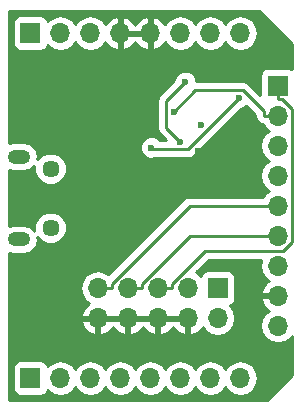
<source format=gbl>
G04 #@! TF.FileFunction,Copper,L2,Bot,Signal*
%FSLAX46Y46*%
G04 Gerber Fmt 4.6, Leading zero omitted, Abs format (unit mm)*
G04 Created by KiCad (PCBNEW 4.0.7-e2-6376~58~ubuntu17.04.1) date Mon Oct  2 11:39:13 2017*
%MOMM*%
%LPD*%
G01*
G04 APERTURE LIST*
%ADD10C,0.100000*%
%ADD11C,1.450000*%
%ADD12O,1.900000X1.200000*%
%ADD13R,1.700000X1.700000*%
%ADD14O,1.700000X1.700000*%
%ADD15C,0.600000*%
%ADD16C,0.250000*%
%ADD17C,0.254000*%
G04 APERTURE END LIST*
D10*
D11*
X150940000Y-107990000D03*
X150940000Y-112990000D03*
D12*
X148240000Y-106990000D03*
X148240000Y-113990000D03*
D13*
X149225000Y-96520000D03*
D14*
X151765000Y-96520000D03*
X154305000Y-96520000D03*
X156845000Y-96520000D03*
X159385000Y-96520000D03*
X161925000Y-96520000D03*
X164465000Y-96520000D03*
X167005000Y-96520000D03*
D13*
X149225000Y-125730000D03*
D14*
X151765000Y-125730000D03*
X154305000Y-125730000D03*
X156845000Y-125730000D03*
X159385000Y-125730000D03*
X161925000Y-125730000D03*
X164465000Y-125730000D03*
X167005000Y-125730000D03*
D13*
X165100000Y-118110000D03*
D14*
X165100000Y-120650000D03*
X162560000Y-118110000D03*
X162560000Y-120650000D03*
X160020000Y-118110000D03*
X160020000Y-120650000D03*
X157480000Y-118110000D03*
X157480000Y-120650000D03*
X154940000Y-118110000D03*
X154940000Y-120650000D03*
D13*
X170180000Y-100965000D03*
D14*
X170180000Y-103505000D03*
X170180000Y-106045000D03*
X170180000Y-108585000D03*
X170180000Y-111125000D03*
X170180000Y-113665000D03*
X170180000Y-116205000D03*
X170180000Y-118745000D03*
X170180000Y-121285000D03*
D15*
X166912100Y-101998200D03*
X159472500Y-106208200D03*
X163672700Y-104327000D03*
X164465000Y-106045000D03*
X165017400Y-109397300D03*
X163390600Y-106519100D03*
X152152100Y-111782400D03*
X164965800Y-100083900D03*
X161911100Y-105729800D03*
X162347800Y-100631500D03*
X161401000Y-103162000D03*
D16*
X162555200Y-106355100D02*
X166912100Y-101998200D01*
X159619400Y-106355100D02*
X162555200Y-106355100D01*
X159472500Y-106208200D02*
X159619400Y-106355100D01*
X163390600Y-106519100D02*
X163669100Y-106519100D01*
X164465000Y-108844900D02*
X165017400Y-109397300D01*
X164465000Y-107315000D02*
X164465000Y-108844900D01*
X163669100Y-106519100D02*
X164465000Y-107315000D01*
X160745000Y-104563700D02*
X161911100Y-105729800D01*
X160745000Y-102234300D02*
X160745000Y-104563700D01*
X162347800Y-100631500D02*
X160745000Y-102234300D01*
X161195300Y-117742700D02*
X161195300Y-118110000D01*
X164003000Y-114935000D02*
X161195300Y-117742700D01*
X170632500Y-114935000D02*
X164003000Y-114935000D01*
X171371000Y-114196500D02*
X170632500Y-114935000D01*
X171371000Y-102964000D02*
X171371000Y-114196500D01*
X170547300Y-102140300D02*
X171371000Y-102964000D01*
X170180000Y-102140300D02*
X170547300Y-102140300D01*
X170180000Y-100965000D02*
X170180000Y-102140300D01*
X160020000Y-118110000D02*
X161195300Y-118110000D01*
X158655300Y-117742700D02*
X158655300Y-118110000D01*
X162733000Y-113665000D02*
X158655300Y-117742700D01*
X170180000Y-113665000D02*
X162733000Y-113665000D01*
X157480000Y-118110000D02*
X158655300Y-118110000D01*
X156115300Y-117742700D02*
X156115300Y-118110000D01*
X162733000Y-111125000D02*
X156115300Y-117742700D01*
X170180000Y-111125000D02*
X162733000Y-111125000D01*
X154940000Y-118110000D02*
X156115300Y-118110000D01*
X163212800Y-101350200D02*
X161401000Y-103162000D01*
X167217200Y-101350200D02*
X163212800Y-101350200D01*
X169004700Y-103137700D02*
X167217200Y-101350200D01*
X169004700Y-103505000D02*
X169004700Y-103137700D01*
X170180000Y-103505000D02*
X169004700Y-103505000D01*
D17*
G36*
X171375000Y-97449092D02*
X171375000Y-99582188D01*
X171281890Y-99518569D01*
X171030000Y-99467560D01*
X169330000Y-99467560D01*
X169094683Y-99511838D01*
X168878559Y-99650910D01*
X168733569Y-99863110D01*
X168682560Y-100115000D01*
X168682560Y-101740758D01*
X167754601Y-100812799D01*
X167508039Y-100648052D01*
X167217200Y-100590200D01*
X163282837Y-100590200D01*
X163282962Y-100446333D01*
X163140917Y-100102557D01*
X162878127Y-99839308D01*
X162534599Y-99696662D01*
X162162633Y-99696338D01*
X161818857Y-99838383D01*
X161555608Y-100101173D01*
X161412962Y-100444701D01*
X161412921Y-100491576D01*
X160207599Y-101696899D01*
X160042852Y-101943461D01*
X159985000Y-102234300D01*
X159985000Y-104563700D01*
X160042852Y-104854539D01*
X160207599Y-105101101D01*
X160701598Y-105595100D01*
X160181607Y-105595100D01*
X160002827Y-105416008D01*
X159659299Y-105273362D01*
X159287333Y-105273038D01*
X158943557Y-105415083D01*
X158680308Y-105677873D01*
X158537662Y-106021401D01*
X158537338Y-106393367D01*
X158679383Y-106737143D01*
X158942173Y-107000392D01*
X159285701Y-107143038D01*
X159657667Y-107143362D01*
X159726066Y-107115100D01*
X162555200Y-107115100D01*
X162846039Y-107057248D01*
X163092601Y-106892501D01*
X167051780Y-102933322D01*
X167097267Y-102933362D01*
X167441043Y-102791317D01*
X167512341Y-102720143D01*
X168244700Y-103452502D01*
X168244700Y-103505000D01*
X168302552Y-103795839D01*
X168467299Y-104042401D01*
X168713861Y-104207148D01*
X168892077Y-104242598D01*
X169100853Y-104555054D01*
X169430026Y-104775000D01*
X169100853Y-104994946D01*
X168778946Y-105476715D01*
X168665907Y-106045000D01*
X168778946Y-106613285D01*
X169100853Y-107095054D01*
X169430026Y-107315000D01*
X169100853Y-107534946D01*
X168778946Y-108016715D01*
X168665907Y-108585000D01*
X168778946Y-109153285D01*
X169100853Y-109635054D01*
X169430026Y-109855000D01*
X169100853Y-110074946D01*
X168907046Y-110365000D01*
X162733000Y-110365000D01*
X162442161Y-110422852D01*
X162195599Y-110587599D01*
X155847558Y-116935640D01*
X155508285Y-116708946D01*
X154940000Y-116595907D01*
X154371715Y-116708946D01*
X153889946Y-117030853D01*
X153568039Y-117512622D01*
X153455000Y-118080907D01*
X153455000Y-118139093D01*
X153568039Y-118707378D01*
X153889946Y-119189147D01*
X154173101Y-119378345D01*
X154173076Y-119378355D01*
X153744817Y-119768642D01*
X153498514Y-120293108D01*
X153619181Y-120523000D01*
X154813000Y-120523000D01*
X154813000Y-120503000D01*
X155067000Y-120503000D01*
X155067000Y-120523000D01*
X157353000Y-120523000D01*
X157353000Y-120503000D01*
X157607000Y-120503000D01*
X157607000Y-120523000D01*
X159893000Y-120523000D01*
X159893000Y-120503000D01*
X160147000Y-120503000D01*
X160147000Y-120523000D01*
X162433000Y-120523000D01*
X162433000Y-120503000D01*
X162687000Y-120503000D01*
X162687000Y-120523000D01*
X162707000Y-120523000D01*
X162707000Y-120777000D01*
X162687000Y-120777000D01*
X162687000Y-121970155D01*
X162916890Y-122091476D01*
X163326924Y-121921645D01*
X163755183Y-121531358D01*
X163822298Y-121388447D01*
X164049946Y-121729147D01*
X164531715Y-122051054D01*
X165100000Y-122164093D01*
X165668285Y-122051054D01*
X166150054Y-121729147D01*
X166471961Y-121247378D01*
X166585000Y-120679093D01*
X166585000Y-120620907D01*
X166471961Y-120052622D01*
X166150054Y-119570853D01*
X166148821Y-119570029D01*
X166185317Y-119563162D01*
X166401441Y-119424090D01*
X166546431Y-119211890D01*
X166597440Y-118960000D01*
X166597440Y-117260000D01*
X166553162Y-117024683D01*
X166414090Y-116808559D01*
X166201890Y-116663569D01*
X165950000Y-116612560D01*
X164250000Y-116612560D01*
X164014683Y-116656838D01*
X163798559Y-116795910D01*
X163653569Y-117008110D01*
X163639914Y-117075541D01*
X163610054Y-117030853D01*
X163233532Y-116779270D01*
X164317802Y-115695000D01*
X168767352Y-115695000D01*
X168665907Y-116205000D01*
X168778946Y-116773285D01*
X169100853Y-117255054D01*
X169441553Y-117482702D01*
X169298642Y-117549817D01*
X168908355Y-117978076D01*
X168738524Y-118388110D01*
X168859845Y-118618000D01*
X170053000Y-118618000D01*
X170053000Y-118598000D01*
X170307000Y-118598000D01*
X170307000Y-118618000D01*
X170327000Y-118618000D01*
X170327000Y-118872000D01*
X170307000Y-118872000D01*
X170307000Y-118892000D01*
X170053000Y-118892000D01*
X170053000Y-118872000D01*
X168859845Y-118872000D01*
X168738524Y-119101890D01*
X168908355Y-119511924D01*
X169298642Y-119940183D01*
X169441553Y-120007298D01*
X169100853Y-120234946D01*
X168778946Y-120716715D01*
X168665907Y-121285000D01*
X168778946Y-121853285D01*
X169100853Y-122335054D01*
X169582622Y-122656961D01*
X170150907Y-122770000D01*
X170209093Y-122770000D01*
X170777378Y-122656961D01*
X171259147Y-122335054D01*
X171375000Y-122161667D01*
X171375000Y-125435909D01*
X169250908Y-127560000D01*
X147395000Y-127560000D01*
X147395000Y-124880000D01*
X147727560Y-124880000D01*
X147727560Y-126580000D01*
X147771838Y-126815317D01*
X147910910Y-127031441D01*
X148123110Y-127176431D01*
X148375000Y-127227440D01*
X150075000Y-127227440D01*
X150310317Y-127183162D01*
X150526441Y-127044090D01*
X150671431Y-126831890D01*
X150685086Y-126764459D01*
X150714946Y-126809147D01*
X151196715Y-127131054D01*
X151765000Y-127244093D01*
X152333285Y-127131054D01*
X152815054Y-126809147D01*
X153035000Y-126479974D01*
X153254946Y-126809147D01*
X153736715Y-127131054D01*
X154305000Y-127244093D01*
X154873285Y-127131054D01*
X155355054Y-126809147D01*
X155575000Y-126479974D01*
X155794946Y-126809147D01*
X156276715Y-127131054D01*
X156845000Y-127244093D01*
X157413285Y-127131054D01*
X157895054Y-126809147D01*
X158115000Y-126479974D01*
X158334946Y-126809147D01*
X158816715Y-127131054D01*
X159385000Y-127244093D01*
X159953285Y-127131054D01*
X160435054Y-126809147D01*
X160655000Y-126479974D01*
X160874946Y-126809147D01*
X161356715Y-127131054D01*
X161925000Y-127244093D01*
X162493285Y-127131054D01*
X162975054Y-126809147D01*
X163195000Y-126479974D01*
X163414946Y-126809147D01*
X163896715Y-127131054D01*
X164465000Y-127244093D01*
X165033285Y-127131054D01*
X165515054Y-126809147D01*
X165735000Y-126479974D01*
X165954946Y-126809147D01*
X166436715Y-127131054D01*
X167005000Y-127244093D01*
X167573285Y-127131054D01*
X168055054Y-126809147D01*
X168376961Y-126327378D01*
X168490000Y-125759093D01*
X168490000Y-125700907D01*
X168376961Y-125132622D01*
X168055054Y-124650853D01*
X167573285Y-124328946D01*
X167005000Y-124215907D01*
X166436715Y-124328946D01*
X165954946Y-124650853D01*
X165735000Y-124980026D01*
X165515054Y-124650853D01*
X165033285Y-124328946D01*
X164465000Y-124215907D01*
X163896715Y-124328946D01*
X163414946Y-124650853D01*
X163195000Y-124980026D01*
X162975054Y-124650853D01*
X162493285Y-124328946D01*
X161925000Y-124215907D01*
X161356715Y-124328946D01*
X160874946Y-124650853D01*
X160655000Y-124980026D01*
X160435054Y-124650853D01*
X159953285Y-124328946D01*
X159385000Y-124215907D01*
X158816715Y-124328946D01*
X158334946Y-124650853D01*
X158115000Y-124980026D01*
X157895054Y-124650853D01*
X157413285Y-124328946D01*
X156845000Y-124215907D01*
X156276715Y-124328946D01*
X155794946Y-124650853D01*
X155575000Y-124980026D01*
X155355054Y-124650853D01*
X154873285Y-124328946D01*
X154305000Y-124215907D01*
X153736715Y-124328946D01*
X153254946Y-124650853D01*
X153035000Y-124980026D01*
X152815054Y-124650853D01*
X152333285Y-124328946D01*
X151765000Y-124215907D01*
X151196715Y-124328946D01*
X150714946Y-124650853D01*
X150687150Y-124692452D01*
X150678162Y-124644683D01*
X150539090Y-124428559D01*
X150326890Y-124283569D01*
X150075000Y-124232560D01*
X148375000Y-124232560D01*
X148139683Y-124276838D01*
X147923559Y-124415910D01*
X147778569Y-124628110D01*
X147727560Y-124880000D01*
X147395000Y-124880000D01*
X147395000Y-121006892D01*
X153498514Y-121006892D01*
X153744817Y-121531358D01*
X154173076Y-121921645D01*
X154583110Y-122091476D01*
X154813000Y-121970155D01*
X154813000Y-120777000D01*
X155067000Y-120777000D01*
X155067000Y-121970155D01*
X155296890Y-122091476D01*
X155706924Y-121921645D01*
X156135183Y-121531358D01*
X156210000Y-121372046D01*
X156284817Y-121531358D01*
X156713076Y-121921645D01*
X157123110Y-122091476D01*
X157353000Y-121970155D01*
X157353000Y-120777000D01*
X157607000Y-120777000D01*
X157607000Y-121970155D01*
X157836890Y-122091476D01*
X158246924Y-121921645D01*
X158675183Y-121531358D01*
X158750000Y-121372046D01*
X158824817Y-121531358D01*
X159253076Y-121921645D01*
X159663110Y-122091476D01*
X159893000Y-121970155D01*
X159893000Y-120777000D01*
X160147000Y-120777000D01*
X160147000Y-121970155D01*
X160376890Y-122091476D01*
X160786924Y-121921645D01*
X161215183Y-121531358D01*
X161290000Y-121372046D01*
X161364817Y-121531358D01*
X161793076Y-121921645D01*
X162203110Y-122091476D01*
X162433000Y-121970155D01*
X162433000Y-120777000D01*
X160147000Y-120777000D01*
X159893000Y-120777000D01*
X157607000Y-120777000D01*
X157353000Y-120777000D01*
X155067000Y-120777000D01*
X154813000Y-120777000D01*
X153619181Y-120777000D01*
X153498514Y-121006892D01*
X147395000Y-121006892D01*
X147395000Y-115132715D01*
X147858948Y-115225000D01*
X148621052Y-115225000D01*
X149093666Y-115130991D01*
X149494329Y-114863277D01*
X149762043Y-114462614D01*
X149856052Y-113990000D01*
X149816100Y-113789148D01*
X150168616Y-114142280D01*
X150668292Y-114349763D01*
X151209334Y-114350236D01*
X151709372Y-114143624D01*
X152092280Y-113761384D01*
X152299763Y-113261708D01*
X152300236Y-112720666D01*
X152093624Y-112220628D01*
X151711384Y-111837720D01*
X151211708Y-111630237D01*
X150670666Y-111629764D01*
X150170628Y-111836376D01*
X149787720Y-112218616D01*
X149580237Y-112718292D01*
X149579777Y-113244605D01*
X149494329Y-113116723D01*
X149093666Y-112849009D01*
X148621052Y-112755000D01*
X147858948Y-112755000D01*
X147395000Y-112847285D01*
X147395000Y-108132715D01*
X147858948Y-108225000D01*
X148621052Y-108225000D01*
X149093666Y-108130991D01*
X149494329Y-107863277D01*
X149580223Y-107734728D01*
X149579764Y-108259334D01*
X149786376Y-108759372D01*
X150168616Y-109142280D01*
X150668292Y-109349763D01*
X151209334Y-109350236D01*
X151709372Y-109143624D01*
X152092280Y-108761384D01*
X152299763Y-108261708D01*
X152300236Y-107720666D01*
X152093624Y-107220628D01*
X151711384Y-106837720D01*
X151211708Y-106630237D01*
X150670666Y-106629764D01*
X150170628Y-106836376D01*
X149816241Y-107190145D01*
X149856052Y-106990000D01*
X149762043Y-106517386D01*
X149494329Y-106116723D01*
X149093666Y-105849009D01*
X148621052Y-105755000D01*
X147858948Y-105755000D01*
X147395000Y-105847285D01*
X147395000Y-95670000D01*
X147727560Y-95670000D01*
X147727560Y-97370000D01*
X147771838Y-97605317D01*
X147910910Y-97821441D01*
X148123110Y-97966431D01*
X148375000Y-98017440D01*
X150075000Y-98017440D01*
X150310317Y-97973162D01*
X150526441Y-97834090D01*
X150671431Y-97621890D01*
X150685086Y-97554459D01*
X150714946Y-97599147D01*
X151196715Y-97921054D01*
X151765000Y-98034093D01*
X152333285Y-97921054D01*
X152815054Y-97599147D01*
X153035000Y-97269974D01*
X153254946Y-97599147D01*
X153736715Y-97921054D01*
X154305000Y-98034093D01*
X154873285Y-97921054D01*
X155355054Y-97599147D01*
X155582702Y-97258447D01*
X155649817Y-97401358D01*
X156078076Y-97791645D01*
X156488110Y-97961476D01*
X156718000Y-97840155D01*
X156718000Y-96647000D01*
X156972000Y-96647000D01*
X156972000Y-97840155D01*
X157201890Y-97961476D01*
X157611924Y-97791645D01*
X158040183Y-97401358D01*
X158115000Y-97242046D01*
X158189817Y-97401358D01*
X158618076Y-97791645D01*
X159028110Y-97961476D01*
X159258000Y-97840155D01*
X159258000Y-96647000D01*
X156972000Y-96647000D01*
X156718000Y-96647000D01*
X156698000Y-96647000D01*
X156698000Y-96393000D01*
X156718000Y-96393000D01*
X156718000Y-95199845D01*
X156972000Y-95199845D01*
X156972000Y-96393000D01*
X159258000Y-96393000D01*
X159258000Y-95199845D01*
X159512000Y-95199845D01*
X159512000Y-96393000D01*
X159532000Y-96393000D01*
X159532000Y-96647000D01*
X159512000Y-96647000D01*
X159512000Y-97840155D01*
X159741890Y-97961476D01*
X160151924Y-97791645D01*
X160580183Y-97401358D01*
X160647298Y-97258447D01*
X160874946Y-97599147D01*
X161356715Y-97921054D01*
X161925000Y-98034093D01*
X162493285Y-97921054D01*
X162975054Y-97599147D01*
X163195000Y-97269974D01*
X163414946Y-97599147D01*
X163896715Y-97921054D01*
X164465000Y-98034093D01*
X165033285Y-97921054D01*
X165515054Y-97599147D01*
X165735000Y-97269974D01*
X165954946Y-97599147D01*
X166436715Y-97921054D01*
X167005000Y-98034093D01*
X167573285Y-97921054D01*
X168055054Y-97599147D01*
X168376961Y-97117378D01*
X168490000Y-96549093D01*
X168490000Y-96490907D01*
X168376961Y-95922622D01*
X168055054Y-95440853D01*
X167573285Y-95118946D01*
X167005000Y-95005907D01*
X166436715Y-95118946D01*
X165954946Y-95440853D01*
X165735000Y-95770026D01*
X165515054Y-95440853D01*
X165033285Y-95118946D01*
X164465000Y-95005907D01*
X163896715Y-95118946D01*
X163414946Y-95440853D01*
X163195000Y-95770026D01*
X162975054Y-95440853D01*
X162493285Y-95118946D01*
X161925000Y-95005907D01*
X161356715Y-95118946D01*
X160874946Y-95440853D01*
X160647298Y-95781553D01*
X160580183Y-95638642D01*
X160151924Y-95248355D01*
X159741890Y-95078524D01*
X159512000Y-95199845D01*
X159258000Y-95199845D01*
X159028110Y-95078524D01*
X158618076Y-95248355D01*
X158189817Y-95638642D01*
X158115000Y-95797954D01*
X158040183Y-95638642D01*
X157611924Y-95248355D01*
X157201890Y-95078524D01*
X156972000Y-95199845D01*
X156718000Y-95199845D01*
X156488110Y-95078524D01*
X156078076Y-95248355D01*
X155649817Y-95638642D01*
X155582702Y-95781553D01*
X155355054Y-95440853D01*
X154873285Y-95118946D01*
X154305000Y-95005907D01*
X153736715Y-95118946D01*
X153254946Y-95440853D01*
X153035000Y-95770026D01*
X152815054Y-95440853D01*
X152333285Y-95118946D01*
X151765000Y-95005907D01*
X151196715Y-95118946D01*
X150714946Y-95440853D01*
X150687150Y-95482452D01*
X150678162Y-95434683D01*
X150539090Y-95218559D01*
X150326890Y-95073569D01*
X150075000Y-95022560D01*
X148375000Y-95022560D01*
X148139683Y-95066838D01*
X147923559Y-95205910D01*
X147778569Y-95418110D01*
X147727560Y-95670000D01*
X147395000Y-95670000D01*
X147395000Y-94690000D01*
X168615908Y-94690000D01*
X171375000Y-97449092D01*
X171375000Y-97449092D01*
G37*
X171375000Y-97449092D02*
X171375000Y-99582188D01*
X171281890Y-99518569D01*
X171030000Y-99467560D01*
X169330000Y-99467560D01*
X169094683Y-99511838D01*
X168878559Y-99650910D01*
X168733569Y-99863110D01*
X168682560Y-100115000D01*
X168682560Y-101740758D01*
X167754601Y-100812799D01*
X167508039Y-100648052D01*
X167217200Y-100590200D01*
X163282837Y-100590200D01*
X163282962Y-100446333D01*
X163140917Y-100102557D01*
X162878127Y-99839308D01*
X162534599Y-99696662D01*
X162162633Y-99696338D01*
X161818857Y-99838383D01*
X161555608Y-100101173D01*
X161412962Y-100444701D01*
X161412921Y-100491576D01*
X160207599Y-101696899D01*
X160042852Y-101943461D01*
X159985000Y-102234300D01*
X159985000Y-104563700D01*
X160042852Y-104854539D01*
X160207599Y-105101101D01*
X160701598Y-105595100D01*
X160181607Y-105595100D01*
X160002827Y-105416008D01*
X159659299Y-105273362D01*
X159287333Y-105273038D01*
X158943557Y-105415083D01*
X158680308Y-105677873D01*
X158537662Y-106021401D01*
X158537338Y-106393367D01*
X158679383Y-106737143D01*
X158942173Y-107000392D01*
X159285701Y-107143038D01*
X159657667Y-107143362D01*
X159726066Y-107115100D01*
X162555200Y-107115100D01*
X162846039Y-107057248D01*
X163092601Y-106892501D01*
X167051780Y-102933322D01*
X167097267Y-102933362D01*
X167441043Y-102791317D01*
X167512341Y-102720143D01*
X168244700Y-103452502D01*
X168244700Y-103505000D01*
X168302552Y-103795839D01*
X168467299Y-104042401D01*
X168713861Y-104207148D01*
X168892077Y-104242598D01*
X169100853Y-104555054D01*
X169430026Y-104775000D01*
X169100853Y-104994946D01*
X168778946Y-105476715D01*
X168665907Y-106045000D01*
X168778946Y-106613285D01*
X169100853Y-107095054D01*
X169430026Y-107315000D01*
X169100853Y-107534946D01*
X168778946Y-108016715D01*
X168665907Y-108585000D01*
X168778946Y-109153285D01*
X169100853Y-109635054D01*
X169430026Y-109855000D01*
X169100853Y-110074946D01*
X168907046Y-110365000D01*
X162733000Y-110365000D01*
X162442161Y-110422852D01*
X162195599Y-110587599D01*
X155847558Y-116935640D01*
X155508285Y-116708946D01*
X154940000Y-116595907D01*
X154371715Y-116708946D01*
X153889946Y-117030853D01*
X153568039Y-117512622D01*
X153455000Y-118080907D01*
X153455000Y-118139093D01*
X153568039Y-118707378D01*
X153889946Y-119189147D01*
X154173101Y-119378345D01*
X154173076Y-119378355D01*
X153744817Y-119768642D01*
X153498514Y-120293108D01*
X153619181Y-120523000D01*
X154813000Y-120523000D01*
X154813000Y-120503000D01*
X155067000Y-120503000D01*
X155067000Y-120523000D01*
X157353000Y-120523000D01*
X157353000Y-120503000D01*
X157607000Y-120503000D01*
X157607000Y-120523000D01*
X159893000Y-120523000D01*
X159893000Y-120503000D01*
X160147000Y-120503000D01*
X160147000Y-120523000D01*
X162433000Y-120523000D01*
X162433000Y-120503000D01*
X162687000Y-120503000D01*
X162687000Y-120523000D01*
X162707000Y-120523000D01*
X162707000Y-120777000D01*
X162687000Y-120777000D01*
X162687000Y-121970155D01*
X162916890Y-122091476D01*
X163326924Y-121921645D01*
X163755183Y-121531358D01*
X163822298Y-121388447D01*
X164049946Y-121729147D01*
X164531715Y-122051054D01*
X165100000Y-122164093D01*
X165668285Y-122051054D01*
X166150054Y-121729147D01*
X166471961Y-121247378D01*
X166585000Y-120679093D01*
X166585000Y-120620907D01*
X166471961Y-120052622D01*
X166150054Y-119570853D01*
X166148821Y-119570029D01*
X166185317Y-119563162D01*
X166401441Y-119424090D01*
X166546431Y-119211890D01*
X166597440Y-118960000D01*
X166597440Y-117260000D01*
X166553162Y-117024683D01*
X166414090Y-116808559D01*
X166201890Y-116663569D01*
X165950000Y-116612560D01*
X164250000Y-116612560D01*
X164014683Y-116656838D01*
X163798559Y-116795910D01*
X163653569Y-117008110D01*
X163639914Y-117075541D01*
X163610054Y-117030853D01*
X163233532Y-116779270D01*
X164317802Y-115695000D01*
X168767352Y-115695000D01*
X168665907Y-116205000D01*
X168778946Y-116773285D01*
X169100853Y-117255054D01*
X169441553Y-117482702D01*
X169298642Y-117549817D01*
X168908355Y-117978076D01*
X168738524Y-118388110D01*
X168859845Y-118618000D01*
X170053000Y-118618000D01*
X170053000Y-118598000D01*
X170307000Y-118598000D01*
X170307000Y-118618000D01*
X170327000Y-118618000D01*
X170327000Y-118872000D01*
X170307000Y-118872000D01*
X170307000Y-118892000D01*
X170053000Y-118892000D01*
X170053000Y-118872000D01*
X168859845Y-118872000D01*
X168738524Y-119101890D01*
X168908355Y-119511924D01*
X169298642Y-119940183D01*
X169441553Y-120007298D01*
X169100853Y-120234946D01*
X168778946Y-120716715D01*
X168665907Y-121285000D01*
X168778946Y-121853285D01*
X169100853Y-122335054D01*
X169582622Y-122656961D01*
X170150907Y-122770000D01*
X170209093Y-122770000D01*
X170777378Y-122656961D01*
X171259147Y-122335054D01*
X171375000Y-122161667D01*
X171375000Y-125435909D01*
X169250908Y-127560000D01*
X147395000Y-127560000D01*
X147395000Y-124880000D01*
X147727560Y-124880000D01*
X147727560Y-126580000D01*
X147771838Y-126815317D01*
X147910910Y-127031441D01*
X148123110Y-127176431D01*
X148375000Y-127227440D01*
X150075000Y-127227440D01*
X150310317Y-127183162D01*
X150526441Y-127044090D01*
X150671431Y-126831890D01*
X150685086Y-126764459D01*
X150714946Y-126809147D01*
X151196715Y-127131054D01*
X151765000Y-127244093D01*
X152333285Y-127131054D01*
X152815054Y-126809147D01*
X153035000Y-126479974D01*
X153254946Y-126809147D01*
X153736715Y-127131054D01*
X154305000Y-127244093D01*
X154873285Y-127131054D01*
X155355054Y-126809147D01*
X155575000Y-126479974D01*
X155794946Y-126809147D01*
X156276715Y-127131054D01*
X156845000Y-127244093D01*
X157413285Y-127131054D01*
X157895054Y-126809147D01*
X158115000Y-126479974D01*
X158334946Y-126809147D01*
X158816715Y-127131054D01*
X159385000Y-127244093D01*
X159953285Y-127131054D01*
X160435054Y-126809147D01*
X160655000Y-126479974D01*
X160874946Y-126809147D01*
X161356715Y-127131054D01*
X161925000Y-127244093D01*
X162493285Y-127131054D01*
X162975054Y-126809147D01*
X163195000Y-126479974D01*
X163414946Y-126809147D01*
X163896715Y-127131054D01*
X164465000Y-127244093D01*
X165033285Y-127131054D01*
X165515054Y-126809147D01*
X165735000Y-126479974D01*
X165954946Y-126809147D01*
X166436715Y-127131054D01*
X167005000Y-127244093D01*
X167573285Y-127131054D01*
X168055054Y-126809147D01*
X168376961Y-126327378D01*
X168490000Y-125759093D01*
X168490000Y-125700907D01*
X168376961Y-125132622D01*
X168055054Y-124650853D01*
X167573285Y-124328946D01*
X167005000Y-124215907D01*
X166436715Y-124328946D01*
X165954946Y-124650853D01*
X165735000Y-124980026D01*
X165515054Y-124650853D01*
X165033285Y-124328946D01*
X164465000Y-124215907D01*
X163896715Y-124328946D01*
X163414946Y-124650853D01*
X163195000Y-124980026D01*
X162975054Y-124650853D01*
X162493285Y-124328946D01*
X161925000Y-124215907D01*
X161356715Y-124328946D01*
X160874946Y-124650853D01*
X160655000Y-124980026D01*
X160435054Y-124650853D01*
X159953285Y-124328946D01*
X159385000Y-124215907D01*
X158816715Y-124328946D01*
X158334946Y-124650853D01*
X158115000Y-124980026D01*
X157895054Y-124650853D01*
X157413285Y-124328946D01*
X156845000Y-124215907D01*
X156276715Y-124328946D01*
X155794946Y-124650853D01*
X155575000Y-124980026D01*
X155355054Y-124650853D01*
X154873285Y-124328946D01*
X154305000Y-124215907D01*
X153736715Y-124328946D01*
X153254946Y-124650853D01*
X153035000Y-124980026D01*
X152815054Y-124650853D01*
X152333285Y-124328946D01*
X151765000Y-124215907D01*
X151196715Y-124328946D01*
X150714946Y-124650853D01*
X150687150Y-124692452D01*
X150678162Y-124644683D01*
X150539090Y-124428559D01*
X150326890Y-124283569D01*
X150075000Y-124232560D01*
X148375000Y-124232560D01*
X148139683Y-124276838D01*
X147923559Y-124415910D01*
X147778569Y-124628110D01*
X147727560Y-124880000D01*
X147395000Y-124880000D01*
X147395000Y-121006892D01*
X153498514Y-121006892D01*
X153744817Y-121531358D01*
X154173076Y-121921645D01*
X154583110Y-122091476D01*
X154813000Y-121970155D01*
X154813000Y-120777000D01*
X155067000Y-120777000D01*
X155067000Y-121970155D01*
X155296890Y-122091476D01*
X155706924Y-121921645D01*
X156135183Y-121531358D01*
X156210000Y-121372046D01*
X156284817Y-121531358D01*
X156713076Y-121921645D01*
X157123110Y-122091476D01*
X157353000Y-121970155D01*
X157353000Y-120777000D01*
X157607000Y-120777000D01*
X157607000Y-121970155D01*
X157836890Y-122091476D01*
X158246924Y-121921645D01*
X158675183Y-121531358D01*
X158750000Y-121372046D01*
X158824817Y-121531358D01*
X159253076Y-121921645D01*
X159663110Y-122091476D01*
X159893000Y-121970155D01*
X159893000Y-120777000D01*
X160147000Y-120777000D01*
X160147000Y-121970155D01*
X160376890Y-122091476D01*
X160786924Y-121921645D01*
X161215183Y-121531358D01*
X161290000Y-121372046D01*
X161364817Y-121531358D01*
X161793076Y-121921645D01*
X162203110Y-122091476D01*
X162433000Y-121970155D01*
X162433000Y-120777000D01*
X160147000Y-120777000D01*
X159893000Y-120777000D01*
X157607000Y-120777000D01*
X157353000Y-120777000D01*
X155067000Y-120777000D01*
X154813000Y-120777000D01*
X153619181Y-120777000D01*
X153498514Y-121006892D01*
X147395000Y-121006892D01*
X147395000Y-115132715D01*
X147858948Y-115225000D01*
X148621052Y-115225000D01*
X149093666Y-115130991D01*
X149494329Y-114863277D01*
X149762043Y-114462614D01*
X149856052Y-113990000D01*
X149816100Y-113789148D01*
X150168616Y-114142280D01*
X150668292Y-114349763D01*
X151209334Y-114350236D01*
X151709372Y-114143624D01*
X152092280Y-113761384D01*
X152299763Y-113261708D01*
X152300236Y-112720666D01*
X152093624Y-112220628D01*
X151711384Y-111837720D01*
X151211708Y-111630237D01*
X150670666Y-111629764D01*
X150170628Y-111836376D01*
X149787720Y-112218616D01*
X149580237Y-112718292D01*
X149579777Y-113244605D01*
X149494329Y-113116723D01*
X149093666Y-112849009D01*
X148621052Y-112755000D01*
X147858948Y-112755000D01*
X147395000Y-112847285D01*
X147395000Y-108132715D01*
X147858948Y-108225000D01*
X148621052Y-108225000D01*
X149093666Y-108130991D01*
X149494329Y-107863277D01*
X149580223Y-107734728D01*
X149579764Y-108259334D01*
X149786376Y-108759372D01*
X150168616Y-109142280D01*
X150668292Y-109349763D01*
X151209334Y-109350236D01*
X151709372Y-109143624D01*
X152092280Y-108761384D01*
X152299763Y-108261708D01*
X152300236Y-107720666D01*
X152093624Y-107220628D01*
X151711384Y-106837720D01*
X151211708Y-106630237D01*
X150670666Y-106629764D01*
X150170628Y-106836376D01*
X149816241Y-107190145D01*
X149856052Y-106990000D01*
X149762043Y-106517386D01*
X149494329Y-106116723D01*
X149093666Y-105849009D01*
X148621052Y-105755000D01*
X147858948Y-105755000D01*
X147395000Y-105847285D01*
X147395000Y-95670000D01*
X147727560Y-95670000D01*
X147727560Y-97370000D01*
X147771838Y-97605317D01*
X147910910Y-97821441D01*
X148123110Y-97966431D01*
X148375000Y-98017440D01*
X150075000Y-98017440D01*
X150310317Y-97973162D01*
X150526441Y-97834090D01*
X150671431Y-97621890D01*
X150685086Y-97554459D01*
X150714946Y-97599147D01*
X151196715Y-97921054D01*
X151765000Y-98034093D01*
X152333285Y-97921054D01*
X152815054Y-97599147D01*
X153035000Y-97269974D01*
X153254946Y-97599147D01*
X153736715Y-97921054D01*
X154305000Y-98034093D01*
X154873285Y-97921054D01*
X155355054Y-97599147D01*
X155582702Y-97258447D01*
X155649817Y-97401358D01*
X156078076Y-97791645D01*
X156488110Y-97961476D01*
X156718000Y-97840155D01*
X156718000Y-96647000D01*
X156972000Y-96647000D01*
X156972000Y-97840155D01*
X157201890Y-97961476D01*
X157611924Y-97791645D01*
X158040183Y-97401358D01*
X158115000Y-97242046D01*
X158189817Y-97401358D01*
X158618076Y-97791645D01*
X159028110Y-97961476D01*
X159258000Y-97840155D01*
X159258000Y-96647000D01*
X156972000Y-96647000D01*
X156718000Y-96647000D01*
X156698000Y-96647000D01*
X156698000Y-96393000D01*
X156718000Y-96393000D01*
X156718000Y-95199845D01*
X156972000Y-95199845D01*
X156972000Y-96393000D01*
X159258000Y-96393000D01*
X159258000Y-95199845D01*
X159512000Y-95199845D01*
X159512000Y-96393000D01*
X159532000Y-96393000D01*
X159532000Y-96647000D01*
X159512000Y-96647000D01*
X159512000Y-97840155D01*
X159741890Y-97961476D01*
X160151924Y-97791645D01*
X160580183Y-97401358D01*
X160647298Y-97258447D01*
X160874946Y-97599147D01*
X161356715Y-97921054D01*
X161925000Y-98034093D01*
X162493285Y-97921054D01*
X162975054Y-97599147D01*
X163195000Y-97269974D01*
X163414946Y-97599147D01*
X163896715Y-97921054D01*
X164465000Y-98034093D01*
X165033285Y-97921054D01*
X165515054Y-97599147D01*
X165735000Y-97269974D01*
X165954946Y-97599147D01*
X166436715Y-97921054D01*
X167005000Y-98034093D01*
X167573285Y-97921054D01*
X168055054Y-97599147D01*
X168376961Y-97117378D01*
X168490000Y-96549093D01*
X168490000Y-96490907D01*
X168376961Y-95922622D01*
X168055054Y-95440853D01*
X167573285Y-95118946D01*
X167005000Y-95005907D01*
X166436715Y-95118946D01*
X165954946Y-95440853D01*
X165735000Y-95770026D01*
X165515054Y-95440853D01*
X165033285Y-95118946D01*
X164465000Y-95005907D01*
X163896715Y-95118946D01*
X163414946Y-95440853D01*
X163195000Y-95770026D01*
X162975054Y-95440853D01*
X162493285Y-95118946D01*
X161925000Y-95005907D01*
X161356715Y-95118946D01*
X160874946Y-95440853D01*
X160647298Y-95781553D01*
X160580183Y-95638642D01*
X160151924Y-95248355D01*
X159741890Y-95078524D01*
X159512000Y-95199845D01*
X159258000Y-95199845D01*
X159028110Y-95078524D01*
X158618076Y-95248355D01*
X158189817Y-95638642D01*
X158115000Y-95797954D01*
X158040183Y-95638642D01*
X157611924Y-95248355D01*
X157201890Y-95078524D01*
X156972000Y-95199845D01*
X156718000Y-95199845D01*
X156488110Y-95078524D01*
X156078076Y-95248355D01*
X155649817Y-95638642D01*
X155582702Y-95781553D01*
X155355054Y-95440853D01*
X154873285Y-95118946D01*
X154305000Y-95005907D01*
X153736715Y-95118946D01*
X153254946Y-95440853D01*
X153035000Y-95770026D01*
X152815054Y-95440853D01*
X152333285Y-95118946D01*
X151765000Y-95005907D01*
X151196715Y-95118946D01*
X150714946Y-95440853D01*
X150687150Y-95482452D01*
X150678162Y-95434683D01*
X150539090Y-95218559D01*
X150326890Y-95073569D01*
X150075000Y-95022560D01*
X148375000Y-95022560D01*
X148139683Y-95066838D01*
X147923559Y-95205910D01*
X147778569Y-95418110D01*
X147727560Y-95670000D01*
X147395000Y-95670000D01*
X147395000Y-94690000D01*
X168615908Y-94690000D01*
X171375000Y-97449092D01*
M02*

</source>
